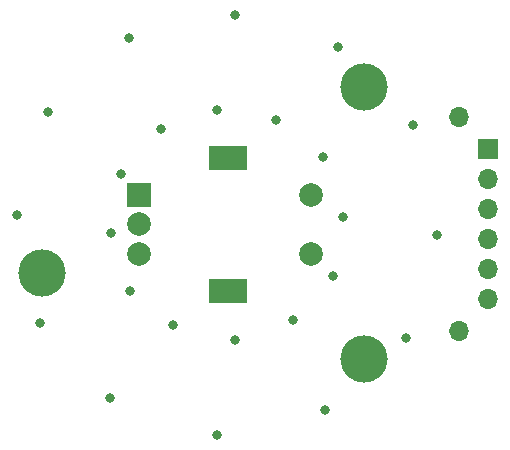
<source format=gbr>
%TF.GenerationSoftware,KiCad,Pcbnew,(6.0.2)*%
%TF.CreationDate,2022-04-26T00:42:37+10:00*%
%TF.ProjectId,adapter,61646170-7465-4722-9e6b-696361645f70,1.2*%
%TF.SameCoordinates,Original*%
%TF.FileFunction,Soldermask,Top*%
%TF.FilePolarity,Negative*%
%FSLAX46Y46*%
G04 Gerber Fmt 4.6, Leading zero omitted, Abs format (unit mm)*
G04 Created by KiCad (PCBNEW (6.0.2)) date 2022-04-26 00:42:37*
%MOMM*%
%LPD*%
G01*
G04 APERTURE LIST*
%ADD10R,2.000000X2.000000*%
%ADD11C,2.000000*%
%ADD12R,3.200000X2.000000*%
%ADD13O,1.700000X1.700000*%
%ADD14R,1.700000X1.700000*%
%ADD15C,4.000000*%
%ADD16C,0.800000*%
G04 APERTURE END LIST*
D10*
%TO.C,SW1*%
X45000000Y-41100000D03*
D11*
X45000000Y-46100000D03*
X45000000Y-43600000D03*
D12*
X52500000Y-38000000D03*
X52500000Y-49200000D03*
D11*
X59500000Y-46100000D03*
X59500000Y-41100000D03*
%TD*%
D13*
%TO.C,J2*%
X72067000Y-34482000D03*
%TD*%
D14*
%TO.C,J1*%
X74550000Y-37180000D03*
D13*
X74550000Y-39720000D03*
X74550000Y-42260000D03*
X74550000Y-44800000D03*
X74550000Y-47340000D03*
X74550000Y-49880000D03*
%TD*%
%TO.C,J5*%
X72067000Y-52590000D03*
%TD*%
D15*
%TO.C,*%
X64000000Y-55000000D03*
%TD*%
%TO.C,*%
X36750000Y-47750000D03*
%TD*%
%TO.C,*%
X64000000Y-32000000D03*
%TD*%
D16*
%TO.C,D5*%
X36574898Y-51958481D03*
X44253102Y-49257519D03*
%TD*%
%TO.C,D11*%
X68214102Y-35149519D03*
X60535898Y-37850481D03*
%TD*%
%TO.C,D4*%
X42550481Y-58289102D03*
X47849519Y-52110898D03*
%TD*%
%TO.C,D7*%
X37297260Y-34050481D03*
X43475464Y-39349519D03*
%TD*%
%TO.C,D8*%
X44098766Y-27821898D03*
X46799728Y-35500102D03*
%TD*%
%TO.C,D10*%
X61849519Y-28560898D03*
X56550481Y-34739102D03*
%TD*%
%TO.C,D6*%
X34639000Y-42808000D03*
X42639000Y-44308000D03*
%TD*%
%TO.C,D9*%
X53072000Y-25900000D03*
X51572000Y-33900000D03*
%TD*%
%TO.C,D2*%
X60730481Y-59339102D03*
X58029519Y-51660898D03*
%TD*%
%TO.C,D12*%
X70250000Y-44500000D03*
X62250000Y-43000000D03*
%TD*%
%TO.C,D3*%
X51572000Y-61390000D03*
X53072000Y-53390000D03*
%TD*%
%TO.C,D1*%
X67552740Y-53249519D03*
X61374536Y-47950481D03*
%TD*%
M02*

</source>
